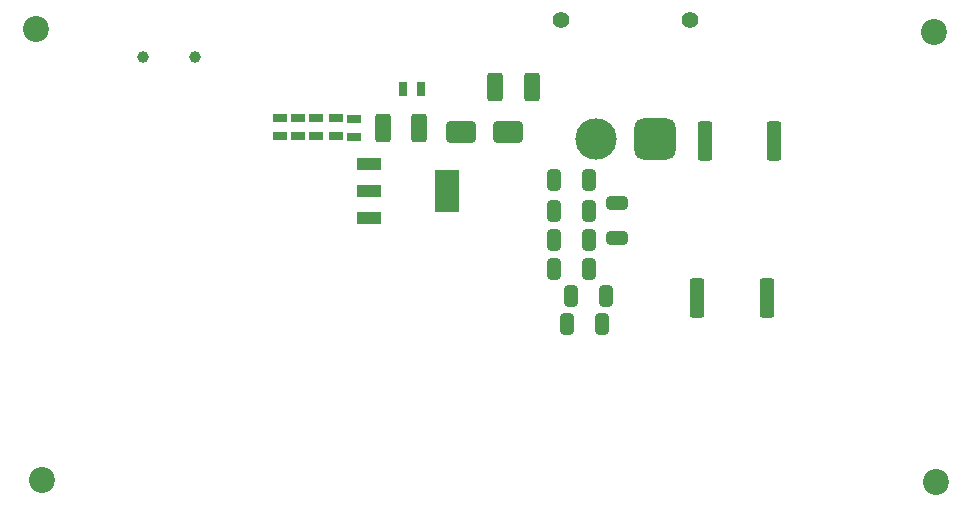
<source format=gbr>
%TF.GenerationSoftware,KiCad,Pcbnew,9.0.2*%
%TF.CreationDate,2025-10-22T09:47:41+03:00*%
%TF.ProjectId,aair_gimb_pcb,61616972-5f67-4696-9d62-5f7063622e6b,rev?*%
%TF.SameCoordinates,Original*%
%TF.FileFunction,Soldermask,Bot*%
%TF.FilePolarity,Negative*%
%FSLAX46Y46*%
G04 Gerber Fmt 4.6, Leading zero omitted, Abs format (unit mm)*
G04 Created by KiCad (PCBNEW 9.0.2) date 2025-10-22 09:47:41*
%MOMM*%
%LPD*%
G01*
G04 APERTURE LIST*
G04 Aperture macros list*
%AMRoundRect*
0 Rectangle with rounded corners*
0 $1 Rounding radius*
0 $2 $3 $4 $5 $6 $7 $8 $9 X,Y pos of 4 corners*
0 Add a 4 corners polygon primitive as box body*
4,1,4,$2,$3,$4,$5,$6,$7,$8,$9,$2,$3,0*
0 Add four circle primitives for the rounded corners*
1,1,$1+$1,$2,$3*
1,1,$1+$1,$4,$5*
1,1,$1+$1,$6,$7*
1,1,$1+$1,$8,$9*
0 Add four rect primitives between the rounded corners*
20,1,$1+$1,$2,$3,$4,$5,0*
20,1,$1+$1,$4,$5,$6,$7,0*
20,1,$1+$1,$6,$7,$8,$9,0*
20,1,$1+$1,$8,$9,$2,$3,0*%
G04 Aperture macros list end*
%ADD10C,2.200000*%
%ADD11C,1.000000*%
%ADD12C,1.400000*%
%ADD13RoundRect,0.770000X-0.980000X-0.980000X0.980000X-0.980000X0.980000X0.980000X-0.980000X0.980000X0*%
%ADD14C,3.500000*%
%ADD15RoundRect,0.250000X0.325000X0.650000X-0.325000X0.650000X-0.325000X-0.650000X0.325000X-0.650000X0*%
%ADD16RoundRect,0.250000X0.650000X-0.325000X0.650000X0.325000X-0.650000X0.325000X-0.650000X-0.325000X0*%
%ADD17R,0.635000X1.143000*%
%ADD18RoundRect,0.250000X0.362500X1.425000X-0.362500X1.425000X-0.362500X-1.425000X0.362500X-1.425000X0*%
%ADD19R,1.143000X0.635000*%
%ADD20RoundRect,0.250000X-1.000000X-0.650000X1.000000X-0.650000X1.000000X0.650000X-1.000000X0.650000X0*%
%ADD21RoundRect,0.250000X-0.420000X-0.945000X0.420000X-0.945000X0.420000X0.945000X-0.420000X0.945000X0*%
%ADD22R,2.032000X1.016000*%
%ADD23R,2.032000X3.657600*%
%ADD24RoundRect,0.250000X-0.325000X-0.650000X0.325000X-0.650000X0.325000X0.650000X-0.325000X0.650000X0*%
%ADD25RoundRect,0.250000X0.420000X0.945000X-0.420000X0.945000X-0.420000X-0.945000X0.420000X-0.945000X0*%
G04 APERTURE END LIST*
D10*
%TO.C,REF\u002A\u002A*%
X125300000Y-100600000D03*
%TD*%
%TO.C,REF\u002A\u002A*%
X124800000Y-62450000D03*
%TD*%
%TO.C,REF\u002A\u002A*%
X200850000Y-62700000D03*
%TD*%
%TO.C,REF\u002A\u002A*%
X201000000Y-100800000D03*
%TD*%
D11*
%TO.C,J3*%
X138250000Y-64800000D03*
X133850000Y-64800000D03*
%TD*%
D12*
%TO.C,xt30*%
X169200000Y-61725000D03*
X180200000Y-61725000D03*
D13*
X177200000Y-71725000D03*
D14*
X172200000Y-71725000D03*
%TD*%
D15*
%TO.C,C33*%
X171575000Y-82750000D03*
X168625000Y-82750000D03*
%TD*%
D16*
%TO.C,C36*%
X174000000Y-80150000D03*
X174000000Y-77200000D03*
%TD*%
D17*
%TO.C,C29*%
X157350000Y-67550000D03*
X155826000Y-67550000D03*
%TD*%
D18*
%TO.C,R28*%
X186662500Y-85250000D03*
X180737500Y-85250000D03*
%TD*%
D19*
%TO.C,C16*%
X145450000Y-69950000D03*
X145450000Y-71474000D03*
%TD*%
D20*
%TO.C,D1*%
X160750000Y-71150000D03*
X164750000Y-71150000D03*
%TD*%
D21*
%TO.C,C22*%
X163660000Y-67350000D03*
X166740000Y-67350000D03*
%TD*%
D19*
%TO.C,C13*%
X150150000Y-70012000D03*
X150150000Y-71536000D03*
%TD*%
D22*
%TO.C,U3*%
X152996000Y-78486000D03*
X152996000Y-76200000D03*
D23*
X159600000Y-76200000D03*
D22*
X152996000Y-73914000D03*
%TD*%
D15*
%TO.C,C31*%
X171575000Y-77850000D03*
X168625000Y-77850000D03*
%TD*%
%TO.C,C35*%
X172725000Y-87450000D03*
X169775000Y-87450000D03*
%TD*%
D24*
%TO.C,C27*%
X168675000Y-75200000D03*
X171625000Y-75200000D03*
%TD*%
D19*
%TO.C,C14*%
X146950000Y-69950000D03*
X146950000Y-71474000D03*
%TD*%
D25*
%TO.C,C30*%
X157250000Y-70850000D03*
X154170000Y-70850000D03*
%TD*%
D18*
%TO.C,R27*%
X187312500Y-71900000D03*
X181387500Y-71900000D03*
%TD*%
D19*
%TO.C,C28*%
X148500000Y-70000000D03*
X148500000Y-71524000D03*
%TD*%
%TO.C,C15*%
X151750000Y-70038000D03*
X151750000Y-71562000D03*
%TD*%
D15*
%TO.C,C34*%
X173075000Y-85100000D03*
X170125000Y-85100000D03*
%TD*%
%TO.C,C32*%
X171575000Y-80300000D03*
X168625000Y-80300000D03*
%TD*%
M02*

</source>
